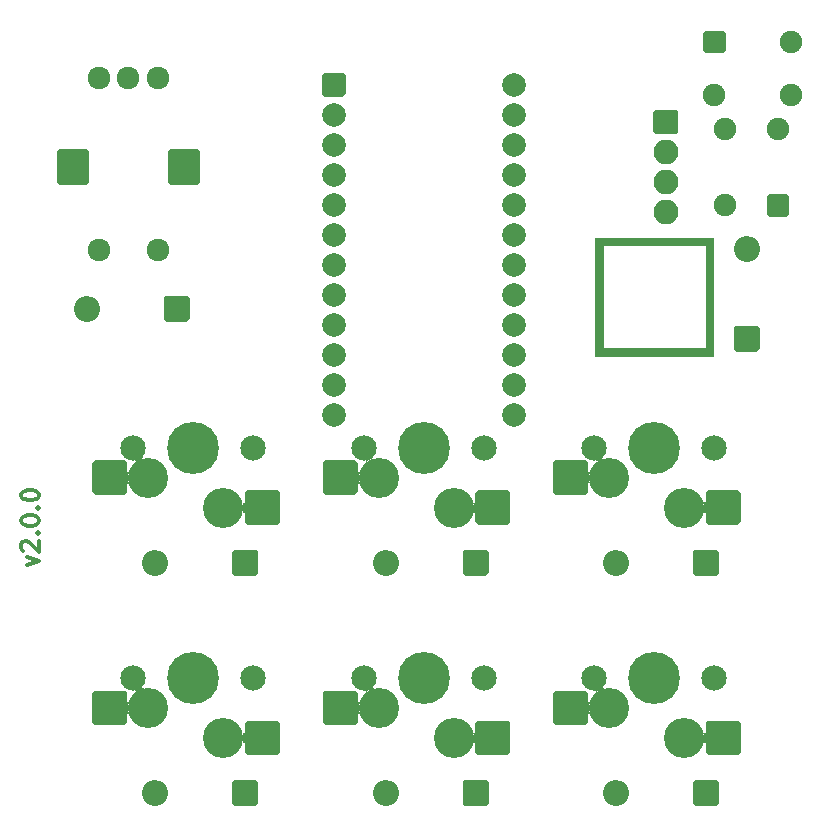
<source format=gts>
%TF.GenerationSoftware,KiCad,Pcbnew,5.1.9-73d0e3b20d~88~ubuntu20.10.1*%
%TF.CreationDate,2021-04-11T15:21:24-07:00*%
%TF.ProjectId,macropad-v2_0_0,6d616372-6f70-4616-942d-76325f305f30,rev?*%
%TF.SameCoordinates,Original*%
%TF.FileFunction,Soldermask,Top*%
%TF.FilePolarity,Negative*%
%FSLAX46Y46*%
G04 Gerber Fmt 4.6, Leading zero omitted, Abs format (unit mm)*
G04 Created by KiCad (PCBNEW 5.1.9-73d0e3b20d~88~ubuntu20.10.1) date 2021-04-11 15:21:24*
%MOMM*%
%LPD*%
G01*
G04 APERTURE LIST*
%ADD10C,0.300000*%
%ADD11C,0.010000*%
%ADD12C,2.150000*%
%ADD13C,4.400000*%
%ADD14C,3.400000*%
%ADD15C,2.000000*%
%ADD16O,2.100000X2.100000*%
%ADD17C,1.924000*%
%ADD18O,2.200000X2.200000*%
%ADD19C,1.898000*%
%ADD20C,0.100000*%
G04 APERTURE END LIST*
D10*
X103678571Y-147714285D02*
X104678571Y-147357142D01*
X103678571Y-147000000D01*
X103321428Y-146500000D02*
X103250000Y-146428571D01*
X103178571Y-146285714D01*
X103178571Y-145928571D01*
X103250000Y-145785714D01*
X103321428Y-145714285D01*
X103464285Y-145642857D01*
X103607142Y-145642857D01*
X103821428Y-145714285D01*
X104678571Y-146571428D01*
X104678571Y-145642857D01*
X104535714Y-145000000D02*
X104607142Y-144928571D01*
X104678571Y-145000000D01*
X104607142Y-145071428D01*
X104535714Y-145000000D01*
X104678571Y-145000000D01*
X103178571Y-144000000D02*
X103178571Y-143857142D01*
X103250000Y-143714285D01*
X103321428Y-143642857D01*
X103464285Y-143571428D01*
X103750000Y-143500000D01*
X104107142Y-143500000D01*
X104392857Y-143571428D01*
X104535714Y-143642857D01*
X104607142Y-143714285D01*
X104678571Y-143857142D01*
X104678571Y-144000000D01*
X104607142Y-144142857D01*
X104535714Y-144214285D01*
X104392857Y-144285714D01*
X104107142Y-144357142D01*
X103750000Y-144357142D01*
X103464285Y-144285714D01*
X103321428Y-144214285D01*
X103250000Y-144142857D01*
X103178571Y-144000000D01*
X104535714Y-142857142D02*
X104607142Y-142785714D01*
X104678571Y-142857142D01*
X104607142Y-142928571D01*
X104535714Y-142857142D01*
X104678571Y-142857142D01*
X103178571Y-141857142D02*
X103178571Y-141714285D01*
X103250000Y-141571428D01*
X103321428Y-141500000D01*
X103464285Y-141428571D01*
X103750000Y-141357142D01*
X104107142Y-141357142D01*
X104392857Y-141428571D01*
X104535714Y-141500000D01*
X104607142Y-141571428D01*
X104678571Y-141714285D01*
X104678571Y-141857142D01*
X104607142Y-142000000D01*
X104535714Y-142071428D01*
X104392857Y-142142857D01*
X104107142Y-142214285D01*
X103750000Y-142214285D01*
X103464285Y-142142857D01*
X103321428Y-142071428D01*
X103250000Y-142000000D01*
X103178571Y-141857142D01*
D11*
%TO.C,Ref\u002A\u002A*%
G36*
X161745333Y-129995333D02*
G01*
X151754667Y-129995333D01*
X151754667Y-120639667D01*
X152389667Y-120639667D01*
X152389667Y-129360333D01*
X161110333Y-129360333D01*
X161110333Y-120639667D01*
X152389667Y-120639667D01*
X151754667Y-120639667D01*
X151754667Y-120004667D01*
X161745333Y-120004667D01*
X161745333Y-129995333D01*
G37*
X161745333Y-129995333D02*
X151754667Y-129995333D01*
X151754667Y-120639667D01*
X152389667Y-120639667D01*
X152389667Y-129360333D01*
X161110333Y-129360333D01*
X161110333Y-120639667D01*
X152389667Y-120639667D01*
X151754667Y-120639667D01*
X151754667Y-120004667D01*
X161745333Y-120004667D01*
X161745333Y-129995333D01*
D10*
X103678571Y-147714285D02*
X104678571Y-147357142D01*
X103678571Y-147000000D01*
X103321428Y-146500000D02*
X103250000Y-146428571D01*
X103178571Y-146285714D01*
X103178571Y-145928571D01*
X103250000Y-145785714D01*
X103321428Y-145714285D01*
X103464285Y-145642857D01*
X103607142Y-145642857D01*
X103821428Y-145714285D01*
X104678571Y-146571428D01*
X104678571Y-145642857D01*
X104535714Y-145000000D02*
X104607142Y-144928571D01*
X104678571Y-145000000D01*
X104607142Y-145071428D01*
X104535714Y-145000000D01*
X104678571Y-145000000D01*
X103178571Y-144000000D02*
X103178571Y-143857142D01*
X103250000Y-143714285D01*
X103321428Y-143642857D01*
X103464285Y-143571428D01*
X103750000Y-143500000D01*
X104107142Y-143500000D01*
X104392857Y-143571428D01*
X104535714Y-143642857D01*
X104607142Y-143714285D01*
X104678571Y-143857142D01*
X104678571Y-144000000D01*
X104607142Y-144142857D01*
X104535714Y-144214285D01*
X104392857Y-144285714D01*
X104107142Y-144357142D01*
X103750000Y-144357142D01*
X103464285Y-144285714D01*
X103321428Y-144214285D01*
X103250000Y-144142857D01*
X103178571Y-144000000D01*
X104535714Y-142857142D02*
X104607142Y-142785714D01*
X104678571Y-142857142D01*
X104607142Y-142928571D01*
X104535714Y-142857142D01*
X104678571Y-142857142D01*
X103178571Y-141857142D02*
X103178571Y-141714285D01*
X103250000Y-141571428D01*
X103321428Y-141500000D01*
X103464285Y-141428571D01*
X103750000Y-141357142D01*
X104107142Y-141357142D01*
X104392857Y-141428571D01*
X104535714Y-141500000D01*
X104607142Y-141571428D01*
X104678571Y-141714285D01*
X104678571Y-141857142D01*
X104607142Y-142000000D01*
X104535714Y-142071428D01*
X104392857Y-142142857D01*
X104107142Y-142214285D01*
X103750000Y-142214285D01*
X103464285Y-142142857D01*
X103321428Y-142071428D01*
X103250000Y-142000000D01*
X103178571Y-141857142D01*
D11*
G36*
X161745333Y-129995333D02*
G01*
X151754667Y-129995333D01*
X151754667Y-120639667D01*
X152389667Y-120639667D01*
X152389667Y-129360333D01*
X161110333Y-129360333D01*
X161110333Y-120639667D01*
X152389667Y-120639667D01*
X151754667Y-120639667D01*
X151754667Y-120004667D01*
X161745333Y-120004667D01*
X161745333Y-129995333D01*
G37*
X161745333Y-129995333D02*
X151754667Y-129995333D01*
X151754667Y-120639667D01*
X152389667Y-120639667D01*
X152389667Y-129360333D01*
X161110333Y-129360333D01*
X161110333Y-120639667D01*
X152389667Y-120639667D01*
X151754667Y-120639667D01*
X151754667Y-120004667D01*
X161745333Y-120004667D01*
X161745333Y-129995333D01*
%TD*%
%TO.C,SW3*%
G36*
G01*
X161117000Y-144080000D02*
X161117000Y-141580000D01*
G75*
G02*
X161317000Y-141380000I200000J0D01*
G01*
X163867000Y-141380000D01*
G75*
G02*
X164067000Y-141580000I0J-200000D01*
G01*
X164067000Y-144080000D01*
G75*
G02*
X163867000Y-144280000I-200000J0D01*
G01*
X161317000Y-144280000D01*
G75*
G02*
X161117000Y-144080000I0J200000D01*
G01*
G37*
G36*
G01*
X148190000Y-141540000D02*
X148190000Y-139040000D01*
G75*
G02*
X148390000Y-138840000I200000J0D01*
G01*
X150940000Y-138840000D01*
G75*
G02*
X151140000Y-139040000I0J-200000D01*
G01*
X151140000Y-141540000D01*
G75*
G02*
X150940000Y-141740000I-200000J0D01*
G01*
X148390000Y-141740000D01*
G75*
G02*
X148190000Y-141540000I0J200000D01*
G01*
G37*
D12*
X161830000Y-137750000D03*
X151670000Y-137750000D03*
D13*
X156750000Y-137750000D03*
D14*
X159290000Y-142830000D03*
X152940000Y-140290000D03*
%TD*%
%TO.C,SW6*%
G36*
G01*
X161117000Y-163580000D02*
X161117000Y-161080000D01*
G75*
G02*
X161317000Y-160880000I200000J0D01*
G01*
X163867000Y-160880000D01*
G75*
G02*
X164067000Y-161080000I0J-200000D01*
G01*
X164067000Y-163580000D01*
G75*
G02*
X163867000Y-163780000I-200000J0D01*
G01*
X161317000Y-163780000D01*
G75*
G02*
X161117000Y-163580000I0J200000D01*
G01*
G37*
G36*
G01*
X148190000Y-161040000D02*
X148190000Y-158540000D01*
G75*
G02*
X148390000Y-158340000I200000J0D01*
G01*
X150940000Y-158340000D01*
G75*
G02*
X151140000Y-158540000I0J-200000D01*
G01*
X151140000Y-161040000D01*
G75*
G02*
X150940000Y-161240000I-200000J0D01*
G01*
X148390000Y-161240000D01*
G75*
G02*
X148190000Y-161040000I0J200000D01*
G01*
G37*
D12*
X161830000Y-157250000D03*
X151670000Y-157250000D03*
D13*
X156750000Y-157250000D03*
D14*
X159290000Y-162330000D03*
X152940000Y-159790000D03*
%TD*%
%TO.C,SW5*%
G36*
G01*
X141617000Y-163580000D02*
X141617000Y-161080000D01*
G75*
G02*
X141817000Y-160880000I200000J0D01*
G01*
X144367000Y-160880000D01*
G75*
G02*
X144567000Y-161080000I0J-200000D01*
G01*
X144567000Y-163580000D01*
G75*
G02*
X144367000Y-163780000I-200000J0D01*
G01*
X141817000Y-163780000D01*
G75*
G02*
X141617000Y-163580000I0J200000D01*
G01*
G37*
G36*
G01*
X128690000Y-161040000D02*
X128690000Y-158540000D01*
G75*
G02*
X128890000Y-158340000I200000J0D01*
G01*
X131440000Y-158340000D01*
G75*
G02*
X131640000Y-158540000I0J-200000D01*
G01*
X131640000Y-161040000D01*
G75*
G02*
X131440000Y-161240000I-200000J0D01*
G01*
X128890000Y-161240000D01*
G75*
G02*
X128690000Y-161040000I0J200000D01*
G01*
G37*
D12*
X142330000Y-157250000D03*
X132170000Y-157250000D03*
D13*
X137250000Y-157250000D03*
D14*
X139790000Y-162330000D03*
X133440000Y-159790000D03*
%TD*%
%TO.C,SW1*%
G36*
G01*
X122117000Y-144080000D02*
X122117000Y-141580000D01*
G75*
G02*
X122317000Y-141380000I200000J0D01*
G01*
X124867000Y-141380000D01*
G75*
G02*
X125067000Y-141580000I0J-200000D01*
G01*
X125067000Y-144080000D01*
G75*
G02*
X124867000Y-144280000I-200000J0D01*
G01*
X122317000Y-144280000D01*
G75*
G02*
X122117000Y-144080000I0J200000D01*
G01*
G37*
G36*
G01*
X109190000Y-141540000D02*
X109190000Y-139040000D01*
G75*
G02*
X109390000Y-138840000I200000J0D01*
G01*
X111940000Y-138840000D01*
G75*
G02*
X112140000Y-139040000I0J-200000D01*
G01*
X112140000Y-141540000D01*
G75*
G02*
X111940000Y-141740000I-200000J0D01*
G01*
X109390000Y-141740000D01*
G75*
G02*
X109190000Y-141540000I0J200000D01*
G01*
G37*
D12*
X122830000Y-137750000D03*
X112670000Y-137750000D03*
D13*
X117750000Y-137750000D03*
D14*
X120290000Y-142830000D03*
X113940000Y-140290000D03*
%TD*%
%TO.C,SW4*%
G36*
G01*
X122117000Y-163580000D02*
X122117000Y-161080000D01*
G75*
G02*
X122317000Y-160880000I200000J0D01*
G01*
X124867000Y-160880000D01*
G75*
G02*
X125067000Y-161080000I0J-200000D01*
G01*
X125067000Y-163580000D01*
G75*
G02*
X124867000Y-163780000I-200000J0D01*
G01*
X122317000Y-163780000D01*
G75*
G02*
X122117000Y-163580000I0J200000D01*
G01*
G37*
G36*
G01*
X109190000Y-161040000D02*
X109190000Y-158540000D01*
G75*
G02*
X109390000Y-158340000I200000J0D01*
G01*
X111940000Y-158340000D01*
G75*
G02*
X112140000Y-158540000I0J-200000D01*
G01*
X112140000Y-161040000D01*
G75*
G02*
X111940000Y-161240000I-200000J0D01*
G01*
X109390000Y-161240000D01*
G75*
G02*
X109190000Y-161040000I0J200000D01*
G01*
G37*
D12*
X122830000Y-157250000D03*
X112670000Y-157250000D03*
D13*
X117750000Y-157250000D03*
D14*
X120290000Y-162330000D03*
X113940000Y-159790000D03*
%TD*%
%TO.C,SW2*%
X133440000Y-140290000D03*
X139790000Y-142830000D03*
D13*
X137250000Y-137750000D03*
D12*
X132170000Y-137750000D03*
X142330000Y-137750000D03*
G36*
G01*
X128690000Y-141540000D02*
X128690000Y-139040000D01*
G75*
G02*
X128890000Y-138840000I200000J0D01*
G01*
X131440000Y-138840000D01*
G75*
G02*
X131640000Y-139040000I0J-200000D01*
G01*
X131640000Y-141540000D01*
G75*
G02*
X131440000Y-141740000I-200000J0D01*
G01*
X128890000Y-141740000D01*
G75*
G02*
X128690000Y-141540000I0J200000D01*
G01*
G37*
G36*
G01*
X141617000Y-144080000D02*
X141617000Y-141580000D01*
G75*
G02*
X141817000Y-141380000I200000J0D01*
G01*
X144367000Y-141380000D01*
G75*
G02*
X144567000Y-141580000I0J-200000D01*
G01*
X144567000Y-144080000D01*
G75*
G02*
X144367000Y-144280000I-200000J0D01*
G01*
X141817000Y-144280000D01*
G75*
G02*
X141617000Y-144080000I0J200000D01*
G01*
G37*
%TD*%
%TO.C,U1*%
G36*
G01*
X128830000Y-106030000D02*
X130430000Y-106030000D01*
G75*
G02*
X130630000Y-106230000I0J-200000D01*
G01*
X130630000Y-107830000D01*
G75*
G02*
X130430000Y-108030000I-200000J0D01*
G01*
X128830000Y-108030000D01*
G75*
G02*
X128630000Y-107830000I0J200000D01*
G01*
X128630000Y-106230000D01*
G75*
G02*
X128830000Y-106030000I200000J0D01*
G01*
G37*
D15*
X129630000Y-109570000D03*
X129630000Y-112110000D03*
X129630000Y-114650000D03*
X129630000Y-117190000D03*
X129630000Y-119730000D03*
X129630000Y-122270000D03*
X129630000Y-124810000D03*
X129630000Y-127350000D03*
X129630000Y-129890000D03*
X129630000Y-132430000D03*
X129630000Y-134970000D03*
X144870000Y-134970000D03*
X144870000Y-132430000D03*
X144870000Y-129890000D03*
X144870000Y-127350000D03*
X144870000Y-124810000D03*
X144870000Y-122270000D03*
X144870000Y-119730000D03*
X144870000Y-117190000D03*
X144870000Y-114650000D03*
X144870000Y-112110000D03*
X144870000Y-109570000D03*
X144870000Y-107030000D03*
%TD*%
%TO.C,J1*%
G36*
G01*
X158780000Y-109340000D02*
X158780000Y-111040000D01*
G75*
G02*
X158580000Y-111240000I-200000J0D01*
G01*
X156880000Y-111240000D01*
G75*
G02*
X156680000Y-111040000I0J200000D01*
G01*
X156680000Y-109340000D01*
G75*
G02*
X156880000Y-109140000I200000J0D01*
G01*
X158580000Y-109140000D01*
G75*
G02*
X158780000Y-109340000I0J-200000D01*
G01*
G37*
D16*
X157730000Y-112730000D03*
X157730000Y-115270000D03*
X157730000Y-117810000D03*
%TD*%
D17*
%TO.C,SW7*%
X114750000Y-121000000D03*
X109750000Y-121000000D03*
X114750000Y-106500000D03*
X112250000Y-106500000D03*
X109750000Y-106500000D03*
G36*
G01*
X106200000Y-115350000D02*
X106200000Y-112650000D01*
G75*
G02*
X106400000Y-112450000I200000J0D01*
G01*
X108700000Y-112450000D01*
G75*
G02*
X108900000Y-112650000I0J-200000D01*
G01*
X108900000Y-115350000D01*
G75*
G02*
X108700000Y-115550000I-200000J0D01*
G01*
X106400000Y-115550000D01*
G75*
G02*
X106200000Y-115350000I0J200000D01*
G01*
G37*
G36*
G01*
X115600000Y-115350000D02*
X115600000Y-112650000D01*
G75*
G02*
X115800000Y-112450000I200000J0D01*
G01*
X118100000Y-112450000D01*
G75*
G02*
X118300000Y-112650000I0J-200000D01*
G01*
X118300000Y-115350000D01*
G75*
G02*
X118100000Y-115550000I-200000J0D01*
G01*
X115800000Y-115550000D01*
G75*
G02*
X115600000Y-115350000I0J200000D01*
G01*
G37*
%TD*%
%TO.C,D1*%
G36*
G01*
X123235000Y-146600000D02*
X123235000Y-148400000D01*
G75*
G02*
X123035000Y-148600000I-200000J0D01*
G01*
X121235000Y-148600000D01*
G75*
G02*
X121035000Y-148400000I0J200000D01*
G01*
X121035000Y-146600000D01*
G75*
G02*
X121235000Y-146400000I200000J0D01*
G01*
X123035000Y-146400000D01*
G75*
G02*
X123235000Y-146600000I0J-200000D01*
G01*
G37*
D18*
X114515000Y-147500000D03*
%TD*%
%TO.C,D2*%
X134015000Y-147500000D03*
G36*
G01*
X142735000Y-146600000D02*
X142735000Y-148400000D01*
G75*
G02*
X142535000Y-148600000I-200000J0D01*
G01*
X140735000Y-148600000D01*
G75*
G02*
X140535000Y-148400000I0J200000D01*
G01*
X140535000Y-146600000D01*
G75*
G02*
X140735000Y-146400000I200000J0D01*
G01*
X142535000Y-146400000D01*
G75*
G02*
X142735000Y-146600000I0J-200000D01*
G01*
G37*
%TD*%
%TO.C,D3*%
G36*
G01*
X162235000Y-146600000D02*
X162235000Y-148400000D01*
G75*
G02*
X162035000Y-148600000I-200000J0D01*
G01*
X160235000Y-148600000D01*
G75*
G02*
X160035000Y-148400000I0J200000D01*
G01*
X160035000Y-146600000D01*
G75*
G02*
X160235000Y-146400000I200000J0D01*
G01*
X162035000Y-146400000D01*
G75*
G02*
X162235000Y-146600000I0J-200000D01*
G01*
G37*
X153515000Y-147500000D03*
%TD*%
%TO.C,D4*%
X114515000Y-167000000D03*
G36*
G01*
X123235000Y-166100000D02*
X123235000Y-167900000D01*
G75*
G02*
X123035000Y-168100000I-200000J0D01*
G01*
X121235000Y-168100000D01*
G75*
G02*
X121035000Y-167900000I0J200000D01*
G01*
X121035000Y-166100000D01*
G75*
G02*
X121235000Y-165900000I200000J0D01*
G01*
X123035000Y-165900000D01*
G75*
G02*
X123235000Y-166100000I0J-200000D01*
G01*
G37*
%TD*%
%TO.C,D5*%
G36*
G01*
X142735000Y-166100000D02*
X142735000Y-167900000D01*
G75*
G02*
X142535000Y-168100000I-200000J0D01*
G01*
X140735000Y-168100000D01*
G75*
G02*
X140535000Y-167900000I0J200000D01*
G01*
X140535000Y-166100000D01*
G75*
G02*
X140735000Y-165900000I200000J0D01*
G01*
X142535000Y-165900000D01*
G75*
G02*
X142735000Y-166100000I0J-200000D01*
G01*
G37*
X134015000Y-167000000D03*
%TD*%
%TO.C,D6*%
X153515000Y-167000000D03*
G36*
G01*
X162235000Y-166100000D02*
X162235000Y-167900000D01*
G75*
G02*
X162035000Y-168100000I-200000J0D01*
G01*
X160235000Y-168100000D01*
G75*
G02*
X160035000Y-167900000I0J200000D01*
G01*
X160035000Y-166100000D01*
G75*
G02*
X160235000Y-165900000I200000J0D01*
G01*
X162035000Y-165900000D01*
G75*
G02*
X162235000Y-166100000I0J-200000D01*
G01*
G37*
%TD*%
%TO.C,D7*%
X108712000Y-125984000D03*
G36*
G01*
X117432000Y-125084000D02*
X117432000Y-126884000D01*
G75*
G02*
X117232000Y-127084000I-200000J0D01*
G01*
X115432000Y-127084000D01*
G75*
G02*
X115232000Y-126884000I0J200000D01*
G01*
X115232000Y-125084000D01*
G75*
G02*
X115432000Y-124884000I200000J0D01*
G01*
X117232000Y-124884000D01*
G75*
G02*
X117432000Y-125084000I0J-200000D01*
G01*
G37*
%TD*%
%TO.C,D8*%
G36*
G01*
X165492000Y-129624000D02*
X163692000Y-129624000D01*
G75*
G02*
X163492000Y-129424000I0J200000D01*
G01*
X163492000Y-127624000D01*
G75*
G02*
X163692000Y-127424000I200000J0D01*
G01*
X165492000Y-127424000D01*
G75*
G02*
X165692000Y-127624000I0J-200000D01*
G01*
X165692000Y-129424000D01*
G75*
G02*
X165492000Y-129624000I-200000J0D01*
G01*
G37*
X164592000Y-120904000D03*
%TD*%
D19*
%TO.C,SW8*%
X167250000Y-110750000D03*
X162750000Y-110750000D03*
G36*
G01*
X167999000Y-118199000D02*
X166501000Y-118199000D01*
G75*
G02*
X166301000Y-117999000I0J200000D01*
G01*
X166301000Y-116501000D01*
G75*
G02*
X166501000Y-116301000I200000J0D01*
G01*
X167999000Y-116301000D01*
G75*
G02*
X168199000Y-116501000I0J-200000D01*
G01*
X168199000Y-117999000D01*
G75*
G02*
X167999000Y-118199000I-200000J0D01*
G01*
G37*
X162750000Y-117250000D03*
%TD*%
%TO.C,Reset*%
X161850000Y-107914000D03*
G36*
G01*
X160901000Y-104163000D02*
X160901000Y-102665000D01*
G75*
G02*
X161101000Y-102465000I200000J0D01*
G01*
X162599000Y-102465000D01*
G75*
G02*
X162799000Y-102665000I0J-200000D01*
G01*
X162799000Y-104163000D01*
G75*
G02*
X162599000Y-104363000I-200000J0D01*
G01*
X161101000Y-104363000D01*
G75*
G02*
X160901000Y-104163000I0J200000D01*
G01*
G37*
X168350000Y-107914000D03*
X168350000Y-103414000D03*
%TD*%
D20*
G36*
X161118165Y-161828530D02*
G01*
X161119000Y-161830156D01*
X161119000Y-162829844D01*
X161118000Y-162831576D01*
X161116000Y-162831576D01*
X161115010Y-162830040D01*
X161113109Y-162810730D01*
X161107531Y-162792345D01*
X161098476Y-162775404D01*
X161086290Y-162760555D01*
X161071441Y-162748369D01*
X161054500Y-162739314D01*
X161036115Y-162733736D01*
X161017001Y-162731854D01*
X160997887Y-162733736D01*
X160979502Y-162739314D01*
X160962561Y-162748369D01*
X160947712Y-162760555D01*
X160935526Y-162775404D01*
X160926471Y-162792345D01*
X160922264Y-162806211D01*
X160920804Y-162807578D01*
X160918890Y-162806997D01*
X160918388Y-162805240D01*
X160979814Y-162496430D01*
X160979814Y-162163570D01*
X160918388Y-161854760D01*
X160919031Y-161852866D01*
X160920993Y-161852476D01*
X160922264Y-161853789D01*
X160926471Y-161867655D01*
X160935526Y-161884597D01*
X160947712Y-161899445D01*
X160962561Y-161911631D01*
X160979502Y-161920686D01*
X160997887Y-161926264D01*
X161017001Y-161928146D01*
X161036115Y-161926264D01*
X161054500Y-161920686D01*
X161071442Y-161911631D01*
X161086290Y-161899445D01*
X161098476Y-161884596D01*
X161107531Y-161867655D01*
X161113109Y-161849270D01*
X161115010Y-161829960D01*
X161116175Y-161828334D01*
X161118165Y-161828530D01*
G37*
G36*
X122118165Y-161828530D02*
G01*
X122119000Y-161830156D01*
X122119000Y-162829844D01*
X122118000Y-162831576D01*
X122116000Y-162831576D01*
X122115010Y-162830040D01*
X122113109Y-162810730D01*
X122107531Y-162792345D01*
X122098476Y-162775404D01*
X122086290Y-162760555D01*
X122071441Y-162748369D01*
X122054500Y-162739314D01*
X122036115Y-162733736D01*
X122017001Y-162731854D01*
X121997887Y-162733736D01*
X121979502Y-162739314D01*
X121962561Y-162748369D01*
X121947712Y-162760555D01*
X121935526Y-162775404D01*
X121926471Y-162792345D01*
X121922264Y-162806211D01*
X121920804Y-162807578D01*
X121918890Y-162806997D01*
X121918388Y-162805240D01*
X121979814Y-162496430D01*
X121979814Y-162163570D01*
X121918388Y-161854760D01*
X121919031Y-161852866D01*
X121920993Y-161852476D01*
X121922264Y-161853789D01*
X121926471Y-161867655D01*
X121935526Y-161884597D01*
X121947712Y-161899445D01*
X121962561Y-161911631D01*
X121979502Y-161920686D01*
X121997887Y-161926264D01*
X122017001Y-161928146D01*
X122036115Y-161926264D01*
X122054500Y-161920686D01*
X122071442Y-161911631D01*
X122086290Y-161899445D01*
X122098476Y-161884596D01*
X122107531Y-161867655D01*
X122113109Y-161849270D01*
X122115010Y-161829960D01*
X122116175Y-161828334D01*
X122118165Y-161828530D01*
G37*
G36*
X141618165Y-161828530D02*
G01*
X141619000Y-161830156D01*
X141619000Y-162829844D01*
X141618000Y-162831576D01*
X141616000Y-162831576D01*
X141615010Y-162830040D01*
X141613109Y-162810730D01*
X141607531Y-162792345D01*
X141598476Y-162775404D01*
X141586290Y-162760555D01*
X141571441Y-162748369D01*
X141554500Y-162739314D01*
X141536115Y-162733736D01*
X141517001Y-162731854D01*
X141497887Y-162733736D01*
X141479502Y-162739314D01*
X141462561Y-162748369D01*
X141447712Y-162760555D01*
X141435526Y-162775404D01*
X141426471Y-162792345D01*
X141422264Y-162806211D01*
X141420804Y-162807578D01*
X141418890Y-162806997D01*
X141418388Y-162805240D01*
X141479814Y-162496430D01*
X141479814Y-162163570D01*
X141418388Y-161854760D01*
X141419031Y-161852866D01*
X141420993Y-161852476D01*
X141422264Y-161853789D01*
X141426471Y-161867655D01*
X141435526Y-161884597D01*
X141447712Y-161899445D01*
X141462561Y-161911631D01*
X141479502Y-161920686D01*
X141497887Y-161926264D01*
X141517001Y-161928146D01*
X141536115Y-161926264D01*
X141554500Y-161920686D01*
X141571442Y-161911631D01*
X141586290Y-161899445D01*
X141598476Y-161884596D01*
X141607531Y-161867655D01*
X141613109Y-161849270D01*
X141615010Y-161829960D01*
X141616175Y-161828334D01*
X141618165Y-161828530D01*
G37*
G36*
X151141990Y-159212994D02*
G01*
X151143891Y-159232304D01*
X151149469Y-159250689D01*
X151158524Y-159267630D01*
X151170710Y-159282479D01*
X151185559Y-159294665D01*
X151202500Y-159303720D01*
X151220885Y-159309298D01*
X151239999Y-159311180D01*
X151259113Y-159309298D01*
X151277498Y-159303720D01*
X151294439Y-159294665D01*
X151309288Y-159282479D01*
X151321474Y-159267630D01*
X151328306Y-159254847D01*
X151330005Y-159253791D01*
X151331768Y-159254734D01*
X151331918Y-159256555D01*
X151315125Y-159297098D01*
X151250186Y-159623570D01*
X151250186Y-159956430D01*
X151315125Y-160282902D01*
X151331918Y-160323444D01*
X151331657Y-160325427D01*
X151329809Y-160326192D01*
X151328306Y-160325152D01*
X151321474Y-160312369D01*
X151309288Y-160297521D01*
X151294439Y-160285335D01*
X151277498Y-160276280D01*
X151259113Y-160270702D01*
X151239999Y-160268820D01*
X151220885Y-160270702D01*
X151202500Y-160276280D01*
X151185558Y-160285335D01*
X151170710Y-160297521D01*
X151158524Y-160312370D01*
X151149469Y-160329311D01*
X151143891Y-160347696D01*
X151141990Y-160367006D01*
X151140825Y-160368632D01*
X151138835Y-160368436D01*
X151138000Y-160366810D01*
X151138000Y-159213190D01*
X151139000Y-159211458D01*
X151141000Y-159211458D01*
X151141990Y-159212994D01*
G37*
G36*
X131641990Y-159212994D02*
G01*
X131643891Y-159232304D01*
X131649469Y-159250689D01*
X131658524Y-159267630D01*
X131670710Y-159282479D01*
X131685559Y-159294665D01*
X131702500Y-159303720D01*
X131720885Y-159309298D01*
X131739999Y-159311180D01*
X131759113Y-159309298D01*
X131777498Y-159303720D01*
X131794439Y-159294665D01*
X131809288Y-159282479D01*
X131821474Y-159267630D01*
X131828306Y-159254847D01*
X131830005Y-159253791D01*
X131831768Y-159254734D01*
X131831918Y-159256555D01*
X131815125Y-159297098D01*
X131750186Y-159623570D01*
X131750186Y-159956430D01*
X131815125Y-160282902D01*
X131831918Y-160323444D01*
X131831657Y-160325427D01*
X131829809Y-160326192D01*
X131828306Y-160325152D01*
X131821474Y-160312369D01*
X131809288Y-160297521D01*
X131794439Y-160285335D01*
X131777498Y-160276280D01*
X131759113Y-160270702D01*
X131739999Y-160268820D01*
X131720885Y-160270702D01*
X131702500Y-160276280D01*
X131685558Y-160285335D01*
X131670710Y-160297521D01*
X131658524Y-160312370D01*
X131649469Y-160329311D01*
X131643891Y-160347696D01*
X131641990Y-160367006D01*
X131640825Y-160368632D01*
X131638835Y-160368436D01*
X131638000Y-160366810D01*
X131638000Y-159213190D01*
X131639000Y-159211458D01*
X131641000Y-159211458D01*
X131641990Y-159212994D01*
G37*
G36*
X112141990Y-159212994D02*
G01*
X112143891Y-159232304D01*
X112149469Y-159250689D01*
X112158524Y-159267630D01*
X112170710Y-159282479D01*
X112185559Y-159294665D01*
X112202500Y-159303720D01*
X112220885Y-159309298D01*
X112239999Y-159311180D01*
X112259113Y-159309298D01*
X112277498Y-159303720D01*
X112294439Y-159294665D01*
X112309288Y-159282479D01*
X112321474Y-159267630D01*
X112328306Y-159254847D01*
X112330005Y-159253791D01*
X112331768Y-159254734D01*
X112331918Y-159256555D01*
X112315125Y-159297098D01*
X112250186Y-159623570D01*
X112250186Y-159956430D01*
X112315125Y-160282902D01*
X112331918Y-160323444D01*
X112331657Y-160325427D01*
X112329809Y-160326192D01*
X112328306Y-160325152D01*
X112321474Y-160312369D01*
X112309288Y-160297521D01*
X112294439Y-160285335D01*
X112277498Y-160276280D01*
X112259113Y-160270702D01*
X112239999Y-160268820D01*
X112220885Y-160270702D01*
X112202500Y-160276280D01*
X112185558Y-160285335D01*
X112170710Y-160297521D01*
X112158524Y-160312370D01*
X112149469Y-160329311D01*
X112143891Y-160347696D01*
X112141990Y-160367006D01*
X112140825Y-160368632D01*
X112138835Y-160368436D01*
X112138000Y-160366810D01*
X112138000Y-159213190D01*
X112139000Y-159211458D01*
X112141000Y-159211458D01*
X112141990Y-159212994D01*
G37*
G36*
X152456321Y-157978052D02*
G01*
X152455935Y-157979839D01*
X152446740Y-157991043D01*
X152437685Y-158007984D01*
X152432107Y-158026369D01*
X152430225Y-158045483D01*
X152432107Y-158064597D01*
X152437685Y-158082982D01*
X152446740Y-158099923D01*
X152458926Y-158114772D01*
X152473775Y-158126958D01*
X152490716Y-158136013D01*
X152509101Y-158141591D01*
X152528215Y-158143473D01*
X152542636Y-158142053D01*
X152544458Y-158142878D01*
X152544654Y-158144868D01*
X152543222Y-158146005D01*
X152447098Y-158165125D01*
X152139573Y-158292507D01*
X151862805Y-158477436D01*
X151852578Y-158487663D01*
X151850646Y-158488181D01*
X151849232Y-158486767D01*
X151849618Y-158484980D01*
X151858809Y-158473781D01*
X151867864Y-158456840D01*
X151873442Y-158438455D01*
X151875324Y-158419341D01*
X151873442Y-158400227D01*
X151867864Y-158381842D01*
X151858809Y-158364901D01*
X151846623Y-158350052D01*
X151831774Y-158337866D01*
X151814833Y-158328811D01*
X151796448Y-158323233D01*
X151777444Y-158321362D01*
X151775818Y-158320197D01*
X151776014Y-158318207D01*
X151777250Y-158317410D01*
X151981474Y-158276787D01*
X152175804Y-158196292D01*
X152350699Y-158079432D01*
X152452975Y-157977156D01*
X152454907Y-157976638D01*
X152456321Y-157978052D01*
G37*
G36*
X113456321Y-157978052D02*
G01*
X113455935Y-157979839D01*
X113446740Y-157991043D01*
X113437685Y-158007984D01*
X113432107Y-158026369D01*
X113430225Y-158045483D01*
X113432107Y-158064597D01*
X113437685Y-158082982D01*
X113446740Y-158099923D01*
X113458926Y-158114772D01*
X113473775Y-158126958D01*
X113490716Y-158136013D01*
X113509101Y-158141591D01*
X113528215Y-158143473D01*
X113542636Y-158142053D01*
X113544458Y-158142878D01*
X113544654Y-158144868D01*
X113543222Y-158146005D01*
X113447098Y-158165125D01*
X113139573Y-158292507D01*
X112862805Y-158477436D01*
X112852578Y-158487663D01*
X112850646Y-158488181D01*
X112849232Y-158486767D01*
X112849618Y-158484980D01*
X112858809Y-158473781D01*
X112867864Y-158456840D01*
X112873442Y-158438455D01*
X112875324Y-158419341D01*
X112873442Y-158400227D01*
X112867864Y-158381842D01*
X112858809Y-158364901D01*
X112846623Y-158350052D01*
X112831774Y-158337866D01*
X112814833Y-158328811D01*
X112796448Y-158323233D01*
X112777444Y-158321362D01*
X112775818Y-158320197D01*
X112776014Y-158318207D01*
X112777250Y-158317410D01*
X112981474Y-158276787D01*
X113175804Y-158196292D01*
X113350699Y-158079432D01*
X113452975Y-157977156D01*
X113454907Y-157976638D01*
X113456321Y-157978052D01*
G37*
G36*
X132956321Y-157978052D02*
G01*
X132955935Y-157979839D01*
X132946740Y-157991043D01*
X132937685Y-158007984D01*
X132932107Y-158026369D01*
X132930225Y-158045483D01*
X132932107Y-158064597D01*
X132937685Y-158082982D01*
X132946740Y-158099923D01*
X132958926Y-158114772D01*
X132973775Y-158126958D01*
X132990716Y-158136013D01*
X133009101Y-158141591D01*
X133028215Y-158143473D01*
X133042636Y-158142053D01*
X133044458Y-158142878D01*
X133044654Y-158144868D01*
X133043222Y-158146005D01*
X132947098Y-158165125D01*
X132639573Y-158292507D01*
X132362805Y-158477436D01*
X132352578Y-158487663D01*
X132350646Y-158488181D01*
X132349232Y-158486767D01*
X132349618Y-158484980D01*
X132358809Y-158473781D01*
X132367864Y-158456840D01*
X132373442Y-158438455D01*
X132375324Y-158419341D01*
X132373442Y-158400227D01*
X132367864Y-158381842D01*
X132358809Y-158364901D01*
X132346623Y-158350052D01*
X132331774Y-158337866D01*
X132314833Y-158328811D01*
X132296448Y-158323233D01*
X132277444Y-158321362D01*
X132275818Y-158320197D01*
X132276014Y-158318207D01*
X132277250Y-158317410D01*
X132481474Y-158276787D01*
X132675804Y-158196292D01*
X132850699Y-158079432D01*
X132952975Y-157977156D01*
X132954907Y-157976638D01*
X132956321Y-157978052D01*
G37*
G36*
X141618165Y-142328530D02*
G01*
X141619000Y-142330156D01*
X141619000Y-143329844D01*
X141618000Y-143331576D01*
X141616000Y-143331576D01*
X141615010Y-143330040D01*
X141613109Y-143310730D01*
X141607531Y-143292345D01*
X141598476Y-143275404D01*
X141586290Y-143260555D01*
X141571441Y-143248369D01*
X141554500Y-143239314D01*
X141536115Y-143233736D01*
X141517001Y-143231854D01*
X141497887Y-143233736D01*
X141479502Y-143239314D01*
X141462561Y-143248369D01*
X141447712Y-143260555D01*
X141435526Y-143275404D01*
X141426471Y-143292345D01*
X141422264Y-143306211D01*
X141420804Y-143307578D01*
X141418890Y-143306997D01*
X141418388Y-143305240D01*
X141479814Y-142996430D01*
X141479814Y-142663570D01*
X141418388Y-142354760D01*
X141419031Y-142352866D01*
X141420993Y-142352476D01*
X141422264Y-142353789D01*
X141426471Y-142367655D01*
X141435526Y-142384597D01*
X141447712Y-142399445D01*
X141462561Y-142411631D01*
X141479502Y-142420686D01*
X141497887Y-142426264D01*
X141517001Y-142428146D01*
X141536115Y-142426264D01*
X141554500Y-142420686D01*
X141571442Y-142411631D01*
X141586290Y-142399445D01*
X141598476Y-142384596D01*
X141607531Y-142367655D01*
X141613109Y-142349270D01*
X141615010Y-142329960D01*
X141616175Y-142328334D01*
X141618165Y-142328530D01*
G37*
G36*
X161118165Y-142328530D02*
G01*
X161119000Y-142330156D01*
X161119000Y-143329844D01*
X161118000Y-143331576D01*
X161116000Y-143331576D01*
X161115010Y-143330040D01*
X161113109Y-143310730D01*
X161107531Y-143292345D01*
X161098476Y-143275404D01*
X161086290Y-143260555D01*
X161071441Y-143248369D01*
X161054500Y-143239314D01*
X161036115Y-143233736D01*
X161017001Y-143231854D01*
X160997887Y-143233736D01*
X160979502Y-143239314D01*
X160962561Y-143248369D01*
X160947712Y-143260555D01*
X160935526Y-143275404D01*
X160926471Y-143292345D01*
X160922264Y-143306211D01*
X160920804Y-143307578D01*
X160918890Y-143306997D01*
X160918388Y-143305240D01*
X160979814Y-142996430D01*
X160979814Y-142663570D01*
X160918388Y-142354760D01*
X160919031Y-142352866D01*
X160920993Y-142352476D01*
X160922264Y-142353789D01*
X160926471Y-142367655D01*
X160935526Y-142384597D01*
X160947712Y-142399445D01*
X160962561Y-142411631D01*
X160979502Y-142420686D01*
X160997887Y-142426264D01*
X161017001Y-142428146D01*
X161036115Y-142426264D01*
X161054500Y-142420686D01*
X161071442Y-142411631D01*
X161086290Y-142399445D01*
X161098476Y-142384596D01*
X161107531Y-142367655D01*
X161113109Y-142349270D01*
X161115010Y-142329960D01*
X161116175Y-142328334D01*
X161118165Y-142328530D01*
G37*
G36*
X122118165Y-142328530D02*
G01*
X122119000Y-142330156D01*
X122119000Y-143329844D01*
X122118000Y-143331576D01*
X122116000Y-143331576D01*
X122115010Y-143330040D01*
X122113109Y-143310730D01*
X122107531Y-143292345D01*
X122098476Y-143275404D01*
X122086290Y-143260555D01*
X122071441Y-143248369D01*
X122054500Y-143239314D01*
X122036115Y-143233736D01*
X122017001Y-143231854D01*
X121997887Y-143233736D01*
X121979502Y-143239314D01*
X121962561Y-143248369D01*
X121947712Y-143260555D01*
X121935526Y-143275404D01*
X121926471Y-143292345D01*
X121922264Y-143306211D01*
X121920804Y-143307578D01*
X121918890Y-143306997D01*
X121918388Y-143305240D01*
X121979814Y-142996430D01*
X121979814Y-142663570D01*
X121918388Y-142354760D01*
X121919031Y-142352866D01*
X121920993Y-142352476D01*
X121922264Y-142353789D01*
X121926471Y-142367655D01*
X121935526Y-142384597D01*
X121947712Y-142399445D01*
X121962561Y-142411631D01*
X121979502Y-142420686D01*
X121997887Y-142426264D01*
X122017001Y-142428146D01*
X122036115Y-142426264D01*
X122054500Y-142420686D01*
X122071442Y-142411631D01*
X122086290Y-142399445D01*
X122098476Y-142384596D01*
X122107531Y-142367655D01*
X122113109Y-142349270D01*
X122115010Y-142329960D01*
X122116175Y-142328334D01*
X122118165Y-142328530D01*
G37*
G36*
X131641990Y-139712994D02*
G01*
X131643891Y-139732304D01*
X131649469Y-139750689D01*
X131658524Y-139767630D01*
X131670710Y-139782479D01*
X131685559Y-139794665D01*
X131702500Y-139803720D01*
X131720885Y-139809298D01*
X131739999Y-139811180D01*
X131759113Y-139809298D01*
X131777498Y-139803720D01*
X131794439Y-139794665D01*
X131809288Y-139782479D01*
X131821474Y-139767630D01*
X131828306Y-139754847D01*
X131830005Y-139753791D01*
X131831768Y-139754734D01*
X131831918Y-139756555D01*
X131815125Y-139797098D01*
X131750186Y-140123570D01*
X131750186Y-140456430D01*
X131815125Y-140782902D01*
X131831918Y-140823444D01*
X131831657Y-140825427D01*
X131829809Y-140826192D01*
X131828306Y-140825152D01*
X131821474Y-140812369D01*
X131809288Y-140797521D01*
X131794439Y-140785335D01*
X131777498Y-140776280D01*
X131759113Y-140770702D01*
X131739999Y-140768820D01*
X131720885Y-140770702D01*
X131702500Y-140776280D01*
X131685558Y-140785335D01*
X131670710Y-140797521D01*
X131658524Y-140812370D01*
X131649469Y-140829311D01*
X131643891Y-140847696D01*
X131641990Y-140867006D01*
X131640825Y-140868632D01*
X131638835Y-140868436D01*
X131638000Y-140866810D01*
X131638000Y-139713190D01*
X131639000Y-139711458D01*
X131641000Y-139711458D01*
X131641990Y-139712994D01*
G37*
G36*
X112141990Y-139712994D02*
G01*
X112143891Y-139732304D01*
X112149469Y-139750689D01*
X112158524Y-139767630D01*
X112170710Y-139782479D01*
X112185559Y-139794665D01*
X112202500Y-139803720D01*
X112220885Y-139809298D01*
X112239999Y-139811180D01*
X112259113Y-139809298D01*
X112277498Y-139803720D01*
X112294439Y-139794665D01*
X112309288Y-139782479D01*
X112321474Y-139767630D01*
X112328306Y-139754847D01*
X112330005Y-139753791D01*
X112331768Y-139754734D01*
X112331918Y-139756555D01*
X112315125Y-139797098D01*
X112250186Y-140123570D01*
X112250186Y-140456430D01*
X112315125Y-140782902D01*
X112331918Y-140823444D01*
X112331657Y-140825427D01*
X112329809Y-140826192D01*
X112328306Y-140825152D01*
X112321474Y-140812369D01*
X112309288Y-140797521D01*
X112294439Y-140785335D01*
X112277498Y-140776280D01*
X112259113Y-140770702D01*
X112239999Y-140768820D01*
X112220885Y-140770702D01*
X112202500Y-140776280D01*
X112185558Y-140785335D01*
X112170710Y-140797521D01*
X112158524Y-140812370D01*
X112149469Y-140829311D01*
X112143891Y-140847696D01*
X112141990Y-140867006D01*
X112140825Y-140868632D01*
X112138835Y-140868436D01*
X112138000Y-140866810D01*
X112138000Y-139713190D01*
X112139000Y-139711458D01*
X112141000Y-139711458D01*
X112141990Y-139712994D01*
G37*
G36*
X151141990Y-139712994D02*
G01*
X151143891Y-139732304D01*
X151149469Y-139750689D01*
X151158524Y-139767630D01*
X151170710Y-139782479D01*
X151185559Y-139794665D01*
X151202500Y-139803720D01*
X151220885Y-139809298D01*
X151239999Y-139811180D01*
X151259113Y-139809298D01*
X151277498Y-139803720D01*
X151294439Y-139794665D01*
X151309288Y-139782479D01*
X151321474Y-139767630D01*
X151328306Y-139754847D01*
X151330005Y-139753791D01*
X151331768Y-139754734D01*
X151331918Y-139756555D01*
X151315125Y-139797098D01*
X151250186Y-140123570D01*
X151250186Y-140456430D01*
X151315125Y-140782902D01*
X151331918Y-140823444D01*
X151331657Y-140825427D01*
X151329809Y-140826192D01*
X151328306Y-140825152D01*
X151321474Y-140812369D01*
X151309288Y-140797521D01*
X151294439Y-140785335D01*
X151277498Y-140776280D01*
X151259113Y-140770702D01*
X151239999Y-140768820D01*
X151220885Y-140770702D01*
X151202500Y-140776280D01*
X151185558Y-140785335D01*
X151170710Y-140797521D01*
X151158524Y-140812370D01*
X151149469Y-140829311D01*
X151143891Y-140847696D01*
X151141990Y-140867006D01*
X151140825Y-140868632D01*
X151138835Y-140868436D01*
X151138000Y-140866810D01*
X151138000Y-139713190D01*
X151139000Y-139711458D01*
X151141000Y-139711458D01*
X151141990Y-139712994D01*
G37*
G36*
X132956321Y-138478052D02*
G01*
X132955935Y-138479839D01*
X132946740Y-138491043D01*
X132937685Y-138507984D01*
X132932107Y-138526369D01*
X132930225Y-138545483D01*
X132932107Y-138564597D01*
X132937685Y-138582982D01*
X132946740Y-138599923D01*
X132958926Y-138614772D01*
X132973775Y-138626958D01*
X132990716Y-138636013D01*
X133009101Y-138641591D01*
X133028215Y-138643473D01*
X133042636Y-138642053D01*
X133044458Y-138642878D01*
X133044654Y-138644868D01*
X133043222Y-138646005D01*
X132947098Y-138665125D01*
X132639573Y-138792507D01*
X132362805Y-138977436D01*
X132352578Y-138987663D01*
X132350646Y-138988181D01*
X132349232Y-138986767D01*
X132349618Y-138984980D01*
X132358809Y-138973781D01*
X132367864Y-138956840D01*
X132373442Y-138938455D01*
X132375324Y-138919341D01*
X132373442Y-138900227D01*
X132367864Y-138881842D01*
X132358809Y-138864901D01*
X132346623Y-138850052D01*
X132331774Y-138837866D01*
X132314833Y-138828811D01*
X132296448Y-138823233D01*
X132277444Y-138821362D01*
X132275818Y-138820197D01*
X132276014Y-138818207D01*
X132277250Y-138817410D01*
X132481474Y-138776787D01*
X132675804Y-138696292D01*
X132850699Y-138579432D01*
X132952975Y-138477156D01*
X132954907Y-138476638D01*
X132956321Y-138478052D01*
G37*
G36*
X152456321Y-138478052D02*
G01*
X152455935Y-138479839D01*
X152446740Y-138491043D01*
X152437685Y-138507984D01*
X152432107Y-138526369D01*
X152430225Y-138545483D01*
X152432107Y-138564597D01*
X152437685Y-138582982D01*
X152446740Y-138599923D01*
X152458926Y-138614772D01*
X152473775Y-138626958D01*
X152490716Y-138636013D01*
X152509101Y-138641591D01*
X152528215Y-138643473D01*
X152542636Y-138642053D01*
X152544458Y-138642878D01*
X152544654Y-138644868D01*
X152543222Y-138646005D01*
X152447098Y-138665125D01*
X152139573Y-138792507D01*
X151862805Y-138977436D01*
X151852578Y-138987663D01*
X151850646Y-138988181D01*
X151849232Y-138986767D01*
X151849618Y-138984980D01*
X151858809Y-138973781D01*
X151867864Y-138956840D01*
X151873442Y-138938455D01*
X151875324Y-138919341D01*
X151873442Y-138900227D01*
X151867864Y-138881842D01*
X151858809Y-138864901D01*
X151846623Y-138850052D01*
X151831774Y-138837866D01*
X151814833Y-138828811D01*
X151796448Y-138823233D01*
X151777444Y-138821362D01*
X151775818Y-138820197D01*
X151776014Y-138818207D01*
X151777250Y-138817410D01*
X151981474Y-138776787D01*
X152175804Y-138696292D01*
X152350699Y-138579432D01*
X152452975Y-138477156D01*
X152454907Y-138476638D01*
X152456321Y-138478052D01*
G37*
G36*
X113456321Y-138478052D02*
G01*
X113455935Y-138479839D01*
X113446740Y-138491043D01*
X113437685Y-138507984D01*
X113432107Y-138526369D01*
X113430225Y-138545483D01*
X113432107Y-138564597D01*
X113437685Y-138582982D01*
X113446740Y-138599923D01*
X113458926Y-138614772D01*
X113473775Y-138626958D01*
X113490716Y-138636013D01*
X113509101Y-138641591D01*
X113528215Y-138643473D01*
X113542636Y-138642053D01*
X113544458Y-138642878D01*
X113544654Y-138644868D01*
X113543222Y-138646005D01*
X113447098Y-138665125D01*
X113139573Y-138792507D01*
X112862805Y-138977436D01*
X112852578Y-138987663D01*
X112850646Y-138988181D01*
X112849232Y-138986767D01*
X112849618Y-138984980D01*
X112858809Y-138973781D01*
X112867864Y-138956840D01*
X112873442Y-138938455D01*
X112875324Y-138919341D01*
X112873442Y-138900227D01*
X112867864Y-138881842D01*
X112858809Y-138864901D01*
X112846623Y-138850052D01*
X112831774Y-138837866D01*
X112814833Y-138828811D01*
X112796448Y-138823233D01*
X112777444Y-138821362D01*
X112775818Y-138820197D01*
X112776014Y-138818207D01*
X112777250Y-138817410D01*
X112981474Y-138776787D01*
X113175804Y-138696292D01*
X113350699Y-138579432D01*
X113452975Y-138477156D01*
X113454907Y-138476638D01*
X113456321Y-138478052D01*
G37*
M02*

</source>
